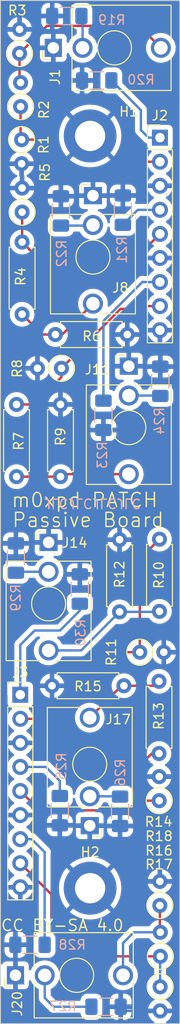
<source format=kicad_pcb>
(kicad_pcb (version 20221018) (generator pcbnew)
  (layers (0 "F.Cu" signal) (31 "B.Cu" signal) (34 "B.Paste" user) (35 "F.Paste" user) (36 "B.SilkS" user "B.Silkscreen") (37 "F.SilkS" user "F.Silkscreen") (38 "B.Mask" user) (39 "F.Mask" user) (44 "Edge.Cuts" user))
  (net 0 "")
  (net 1 "GND")
  (net 2 "Net-(J1-PadT)")
  (net 3 "Net-(J1-PadTN)")
  (net 4 "TN1")
  (net 5 "T1")
  (net 6 "TN2")
  (net 7 "T2")
  (net 8 "TN3")
  (net 9 "T3")
  (net 10 "TN4")
  (net 11 "T4")
  (net 12 "TN5")
  (net 13 "T5")
  (net 14 "TN6")
  (net 15 "T6")
  (net 16 "Net-(J8-PadT)")
  (net 17 "Net-(J11-PadT)")
  (net 18 "Net-(J14-PadT)")
  (net 19 "Net-(J17-PadT)")
  (net 20 "Net-(J20-PadT)")
  (net 21 "Net-(J8-PadTN)")
  (net 22 "Net-(J11-PadTN)")
  (net 23 "Net-(J17-PadTN)")
  (net 24 "Net-(J20-PadTN)")
  (net 25 "Net-(J14-PadTN)")
  (footprint "Resistor_THT:R_Axial_DIN0207_L6.3mm_D2.5mm_P7.62mm_Horizontal" (layer "F.Cu") (at 112.62 114.53 90)
    (fp_text reference "R12" (at 3.96 0 90) (layer "F.SilkS"))
    (fp_text value "R" hide)
    (fp_line (start 0.54 -1.37) (end 7.08 -1.37) (stroke (width 0.12)) (layer "F.SilkS"))
    (fp_line (start 0.54 -1.04) (end 0.54 -1.37) (stroke (width 0.12)) (layer "F.SilkS"))
    (fp_line (start 0.54 1.04) (end 0.54 1.37) (stroke (width 0.12)) (layer "F.SilkS"))
    (fp_line (start 0.54 1.37) (end 7.08 1.37) (stroke (width 0.12)) (layer "F.SilkS"))
    (fp_line (start 7.08 -1.37) (end 7.08 -1.04) (stroke (width 0.12)) (layer "F.SilkS"))
    (fp_line (start 7.08 1.37) (end 7.08 1.04) (stroke (width 0.12)) (layer "F.SilkS"))
    (pad "1" thru_hole circle (at 0 0 90) (size 1.6 1.6) (drill 0.8) (layers "*.Cu" "*.Mask") (net 18 "Net-(J14-PadT)"))
    (pad "2" thru_hole oval (at 7.62 0 90) (size 1.6 1.6) (drill 0.8) (layers "*.Cu" "*.Mask") (net 1 "GND"))
  )
  (footprint "Resistor_THT:R_Axial_DIN0207_L6.3mm_D2.5mm_P7.62mm_Horizontal" (layer "F.Cu") (at 116.85 106.86 -90)
    (fp_text reference "R10" (at 3.78 0.07 90) (layer "F.SilkS"))
    (fp_text value "R" hide)
    (fp_line (start 0.54 -1.37) (end 7.08 -1.37) (stroke (width 0.12)) (layer "F.SilkS"))
    (fp_line (start 0.54 -1.04) (end 0.54 -1.37) (stroke (width 0.12)) (layer "F.SilkS"))
    (fp_line (start 0.54 1.04) (end 0.54 1.37) (stroke (width 0.12)) (layer "F.SilkS"))
    (fp_line (start 0.54 1.37) (end 7.08 1.37) (stroke (width 0.12)) (layer "F.SilkS"))
    (fp_line (start 7.08 -1.37) (end 7.08 -1.04) (stroke (width 0.12)) (layer "F.SilkS"))
    (fp_line (start 7.08 1.37) (end 7.08 1.04) (stroke (width 0.12)) (layer "F.SilkS"))
    (pad "1" thru_hole circle (at 0 0 270) (size 1.6 1.6) (drill 0.8) (layers "*.Cu" "*.Mask") (net 11 "T4"))
    (pad "2" thru_hole oval (at 7.62 0 270) (size 1.6 1.6) (drill 0.8) (layers "*.Cu" "*.Mask") (net 18 "Net-(J14-PadT)"))
  )
  (footprint "Resistor_THT:R_Axial_DIN0207_L6.3mm_D2.5mm_P2.54mm_Vertical" (layer "F.Cu") (at 102.29 72.34 90)
    (fp_text reference "R5" (at 4.19 2.43 90) (layer "F.SilkS"))
    (fp_text value "R" hide)
    (fp_line (start 1.37 0) (end 1.44 0) (stroke (width 0.12)) (layer "F.SilkS"))
    (fp_circle (center 0 0) (end 1.37 0) (stroke (width 0.12)) (fill none) (layer "F.SilkS"))
    (pad "1" thru_hole circle (at 0 0 90) (size 1.6 1.6) (drill 0.8) (layers "*.Cu" "*.Mask") (net 7 "T2"))
    (pad "2" thru_hole oval (at 2.54 0 90) (size 1.6 1.6) (drill 0.8) (layers "*.Cu" "*.Mask") (net 1 "GND"))
  )
  (footprint "Connector_Audio:Jack_3.5mm_QingPu_WQP-PJ398SM_Vertical_CircularHoles" (layer "F.Cu") (at 101.59 152.89 90)
    (fp_text reference "J20" (at -3 0.19 90) (layer "F.SilkS"))
    (fp_text value "AudioJack2_SwitchT" hide)
    (fp_line (start -4.5 1.98) (end -4.5 12.48) (stroke (width 0.12)) (layer "F.SilkS"))
    (fp_line (start -1.23 -1.17) (end -1.23 -0.37) (stroke (width 0.12)) (layer "F.SilkS"))
    (fp_line (start -1.23 -1.17) (end -0.37 -1.17) (stroke (width 0.12)) (layer "F.SilkS"))
    (fp_line (start -0.8 12.48) (end -4.5 12.48) (stroke (width 0.12)) (layer "F.SilkS"))
    (fp_line (start -0.72 1.98) (end -4.5 1.98) (stroke (width 0.12)) (layer "F.SilkS"))
    (fp_line (start 4.5 1.98) (end 0.72 1.98) (stroke (width 0.12)) (layer "F.SilkS"))
    (fp_line (start 4.5 1.98) (end 4.5 12.48) (stroke (width 0.12)) (layer "F.SilkS"))
    (fp_line (start 4.5 12.48) (end 0.8 12.48) (stroke (width 0.12)) (layer "F.SilkS"))
    (fp_circle (center 0 6.48) (end 1.8 6.48) (stroke (width 0.12)) (fill none) (layer "F.SilkS"))
    (pad "S" thru_hole rect (at 0 0 270) (size 1.93 1.83) (drill 1.22) (layers "*.Cu" "*.Mask") (net 1 "GND"))
    (pad "T" thru_hole circle (at 0 11.4 270) (size 2.13 2.13) (drill 1.43) (layers "*.Cu" "*.Mask") (net 20 "Net-(J20-PadT)"))
    (pad "TN" thru_hole circle (at 0 3.1 270) (size 2.13 2.13) (drill 1.42) (layers "*.Cu" "*.Mask") (net 24 "Net-(J20-PadTN)"))
  )
  (footprint "Resistor_THT:R_Axial_DIN0207_L6.3mm_D2.5mm_P7.62mm_Horizontal" (layer "F.Cu") (at 113.08 122.33 180)
    (fp_text reference "R15" (at 3.81 -0.07) (layer "F.SilkS"))
    (fp_text value "R" hide)
    (fp_line (start 0.54 -1.37) (end 7.08 -1.37) (stroke (width 0.12)) (layer "F.SilkS"))
    (fp_line (start 0.54 -1.04) (end 0.54 -1.37) (stroke (width 0.12)) (layer "F.SilkS"))
    (fp_line (start 0.54 1.04) (end 0.54 1.37) (stroke (width 0.12)) (layer "F.SilkS"))
    (fp_line (start 0.54 1.37) (end 7.08 1.37) (stroke (width 0.12)) (layer "F.SilkS"))
    (fp_line (start 7.08 -1.37) (end 7.08 -1.04) (stroke (width 0.12)) (layer "F.SilkS"))
    (fp_line (start 7.08 1.37) (end 7.08 1.04) (stroke (width 0.12)) (layer "F.SilkS"))
    (pad "1" thru_hole circle (at 0 0 180) (size 1.6 1.6) (drill 0.8) (layers "*.Cu" "*.Mask") (net 19 "Net-(J17-PadT)"))
    (pad "2" thru_hole oval (at 7.62 0 180) (size 1.6 1.6) (drill 0.8) (layers "*.Cu" "*.Mask") (net 1 "GND"))
  )
  (footprint "Resistor_THT:R_Axial_DIN0207_L6.3mm_D2.5mm_P2.54mm_Vertical" (layer "F.Cu") (at 102.13 61.205 90)
    (fp_text reference "R2" (at -0.325 2.48 90) (layer "F.SilkS"))
    (fp_text value "R" hide)
    (fp_line (start 1.37 0) (end 1.44 0) (stroke (width 0.12)) (layer "F.SilkS"))
    (fp_circle (center 0 0) (end 1.37 0) (stroke (width 0.12)) (fill none) (layer "F.SilkS"))
    (pad "1" thru_hole circle (at 0 0 90) (size 1.6 1.6) (drill 0.8) (layers "*.Cu" "*.Mask") (net 5 "T1"))
    (pad "2" thru_hole oval (at 2.54 0 90) (size 1.6 1.6) (drill 0.8) (layers "*.Cu" "*.Mask") (net 2 "Net-(J1-PadT)"))
  )
  (footprint "Resistor_THT:R_Axial_DIN0207_L6.3mm_D2.5mm_P2.54mm_Vertical" (layer "F.Cu") (at 102.02 55.59 90)
    (fp_text reference "R3" (at 4.54 -0.24 180) (layer "F.SilkS"))
    (fp_text value "R" hide)
    (fp_line (start 1.37 0) (end 1.44 0) (stroke (width 0.12)) (layer "F.SilkS"))
    (fp_circle (center 0 0) (end 1.37 0) (stroke (width 0.12)) (fill none) (layer "F.SilkS"))
    (pad "1" thru_hole circle (at 0 0 90) (size 1.6 1.6) (drill 0.8) (layers "*.Cu" "*.Mask") (net 2 "Net-(J1-PadT)"))
    (pad "2" thru_hole oval (at 2.54 0 90) (size 1.6 1.6) (drill 0.8) (layers "*.Cu" "*.Mask") (net 1 "GND"))
  )
  (footprint "Connector_PinHeader_2.54mm:PinHeader_1x09_P2.54mm_Vertical" (layer "F.Cu") (at 102.1 123.28)
    (fp_text reference "J3" (at 0 -2.33) (layer "F.SilkS"))
    (fp_text value "Conn_01x09" hide)
    (fp_line (start -1.33 -1.33) (end 0 -1.33) (stroke (width 0.12)) (layer "F.SilkS"))
    (fp_line (start -1.33 0) (end -1.33 -1.33) (stroke (width 0.12)) (layer "F.SilkS"))
    (fp_line (start -1.33 1.27) (end -1.33 21.65) (stroke (width 0.12)) (layer "F.SilkS"))
    (fp_line (start -1.33 1.27) (end 1.33 1.27) (stroke (width 0.12)) (layer "F.SilkS"))
    (fp_line (start -1.33 21.65) (end 1.33 21.65) (stroke (width 0.12)) (layer "F.SilkS"))
    (fp_line (start 1.33 1.27) (end 1.33 21.65) (stroke (width 0.12)) (layer "F.SilkS"))
    (pad "1" thru_hole rect (at 0 0) (size 1.7 1.7) (drill 1) (layers "*.Cu" "*.Mask") (net 10 "TN4"))
    (pad "2" thru_hole oval (at 0 2.54) (size 1.7 1.7) (drill 1) (layers "*.Cu" "*.Mask") (net 11 "T4"))
    (pad "3" thru_hole oval (at 0 5.08) (size 1.7 1.7) (drill 1) (layers "*.Cu" "*.Mask") (net 1 "GND"))
    (pad "4" thru_hole oval (at 0 7.62) (size 1.7 1.7) (drill 1) (layers "*.Cu" "*.Mask") (net 12 "TN5"))
    (pad "5" thru_hole oval (at 0 10.16) (size 1.7 1.7) (drill 1) (layers "*.Cu" "*.Mask") (net 13 "T5"))
    (pad "6" thru_hole oval (at 0 12.7) (size 1.7 1.7) (drill 1) (layers "*.Cu" "*.Mask") (net 1 "GND"))
    (pad "7" thru_hole oval (at 0 15.24) (size 1.7 1.7) (drill 1) (layers "*.Cu" "*.Mask") (net 14 "TN6"))
    (pad "8" thru_hole oval (at 0 17.78) (size 1.7 1.7) (drill 1) (layers "*.Cu" "*.Mask") (net 15 "T6"))
    (pad "9" thru_hole oval (at 0 20.32) (size 1.7 1.7) (drill 1) (layers "*.Cu" "*.Mask") (net 1 "GND"))
  )
  (footprint "MountingHole:MountingHole_3.2mm_M3_DIN965_Pad_TopBottom" (layer "F.Cu") (at 109.5 64.3)
    (fp_text reference "H1" (at 4.09 -2.56) (layer "F.SilkS"))
    (fp_text value "MountingHole_Pad" hide)
    (pad "1" thru_hole circle (at 0 0) (size 3.6 3.6) (drill 3.2) (layers "*.Cu" "*.Mask") (net 1 "GND"))
    (pad "1" connect circle (at 0 0) (size 5.6 5.6) (layers "F.Cu" "F.Mask") (net 1 "GND"))
    (pad "1" connect circle (at 0 0) (size 5.6 5.6) (layers "B.Cu" "B.Mask") (net 1 "GND"))
  )
  (footprint "Connector_PinHeader_2.54mm:PinHeader_1x09_P2.54mm_Vertical" (layer "F.Cu") (at 116.9 64.48)
    (fp_text reference "J2" (at 0 -2.33) (layer "F.SilkS"))
    (fp_text value "Conn_01x09" hide)
    (fp_line (start -1.33 -1.33) (end 0 -1.33) (stroke (width 0.12)) (layer "F.SilkS"))
    (fp_line (start -1.33 0) (end -1.33 -1.33) (stroke (width 0.12)) (layer "F.SilkS"))
    (fp_line (start -1.33 1.27) (end -1.33 21.65) (stroke (width 0.12)) (layer "F.SilkS"))
    (fp_line (start -1.33 1.27) (end 1.33 1.27) (stroke (width 0.12)) (layer "F.SilkS"))
    (fp_line (start -1.33 21.65) (end 1.33 21.65) (stroke (width 0.12)) (layer "F.SilkS"))
    (fp_line (start 1.33 1.27) (end 1.33 21.65) (stroke (width 0.12)) (layer "F.SilkS"))
    (pad "1" thru_hole rect (at 0 0) (size 1.7 1.7) (drill 1) (layers "*.Cu" "*.Mask") (net 4 "TN1"))
    (pad "2" thru_hole oval (at 0 2.54) (size 1.7 1.7) (drill 1) (layers "*.Cu" "*.Mask") (net 5 "T1"))
    (pad "3" thru_hole oval (at 0 5.08) (size 1.7 1.7) (drill 1) (layers "*.Cu" "*.Mask") (net 1 "GND"))
    (pad "4" thru_hole oval (at 0 7.62) (size 1.7 1.7) (drill 1) (layers "*.Cu" "*.Mask") (net 6 "TN2"))
    (pad "5" thru_hole oval (at 0 10.16) (size 1.7 1.7) (drill 1) (layers "*.Cu" "*.Mask") (net 7 "T2"))
    (pad "6" thru_hole oval (at 0 12.7) (size 1.7 1.7) (drill 1) (layers "*.Cu" "*.Mask") (net 1 "GND"))
    (pad "7" thru_hole oval (at 0 15.24) (size 1.7 1.7) (drill 1) (layers "*.Cu" "*.Mask") (net 8 "TN3"))
    (pad "8" thru_hole oval (at 0 17.78) (size 1.7 1.7) (drill 1) (layers "*.Cu" "*.Mask") (net 9 "T3"))
    (pad "9" thru_hole oval (at 0 20.32) (size 1.7 1.7) (drill 1) (layers "*.Cu" "*.Mask") (net 1 "GND"))
  )
  (footprint "Resistor_THT:R_Axial_DIN0207_L6.3mm_D2.5mm_P7.62mm_Horizontal" (layer "F.Cu") (at 102.29 75.5 -90)
    (fp_text reference "R4" (at 3.64 0.16 90) (layer "F.SilkS"))
    (fp_text value "R" hide)
    (fp_line (start 0.54 -1.37) (end 7.08 -1.37) (stroke (width 0.12)) (layer "F.SilkS"))
    (fp_line (start 0.54 -1.04) (end 0.54 -1.37) (stroke (width 0.12)) (layer "F.SilkS"))
    (fp_line (start 0.54 1.04) (end 0.54 1.37) (stroke (width 0.12)) (layer "F.SilkS"))
    (fp_line (start 0.54 1.37) (end 7.08 1.37) (stroke (width 0.12)) (layer "F.SilkS"))
    (fp_line (start 7.08 -1.37) (end 7.08 -1.04) (stroke (width 0.12)) (layer "F.SilkS"))
    (fp_line (start 7.08 1.37) (end 7.08 1.04) (stroke (width 0.12)) (layer "F.SilkS"))
    (pad "1" thru_hole circle (at 0 0 270) (size 1.6 1.6) (drill 0.8) (layers "*.Cu" "*.Mask") (net 7 "T2"))
    (pad "2" thru_hole oval (at 7.62 0 270) (size 1.6 1.6) (drill 0.8) (layers "*.Cu" "*.Mask") (net 16 "Net-(J8-PadT)"))
  )
  (footprint "Resistor_THT:R_Axial_DIN0207_L6.3mm_D2.5mm_P2.54mm_Vertical" (layer "F.Cu") (at 116.92 154.11 -90)
    (fp_text reference "R17" (at -12.91 0.12 -180) (layer "F.SilkS"))
    (fp_text value "R" hide)
    (fp_line (start 1.37 0) (end 1.44 0) (stroke (width 0.12)) (layer "F.SilkS"))
    (fp_circle (center 0 0) (end 1.37 0) (stroke (width 0.12)) (fill none) (layer "F.SilkS"))
    (pad "1" thru_hole circle (at 0 0 270) (size 1.6 1.6) (drill 0.8) (layers "*.Cu" "*.Mask") (net 15 "T6"))
    (pad "2" thru_hole oval (at 2.54 0 270) (size 1.6 1.6) (drill 0.8) (layers "*.Cu" "*.Mask") (net 1 "GND"))
  )
  (footprint "Connector_Audio:Jack_3.5mm_QingPu_WQP-PJ398SM_Vertical_CircularHoles" (layer "F.Cu") (at 109.8 70.6)
    (fp_text reference "J8" (at 2.91 9.73 180) (layer "F.SilkS"))
    (fp_text value "AudioJack2_SwitchT" hide)
    (fp_line (start -4.5 1.98) (end -4.5 12.48) (stroke (width 0.12)) (layer "F.SilkS"))
    (fp_line (start -1.23 -1.17) (end -1.23 -0.37) (stroke (width 0.12)) (layer "F.SilkS"))
    (fp_line (start -1.23 -1.17) (end -0.37 -1.17) (stroke (width 0.12)) (layer "F.SilkS"))
    (fp_line (start -0.8 12.48) (end -4.5 12.48) (stroke (width 0.12)) (layer "F.SilkS"))
    (fp_line (start -0.72 1.98) (end -4.5 1.98) (stroke (width 0.12)) (layer "F.SilkS"))
    (fp_line (start 4.5 1.98) (end 0.72 1.98) (stroke (width 0.12)) (layer "F.SilkS"))
    (fp_line (start 4.5 1.98) (end 4.5 12.48) (stroke (width 0.12)) (layer "F.SilkS"))
    (fp_line (start 4.5 12.48) (end 0.8 12.48) (stroke (width 0.12)) (layer "F.SilkS"))
    (fp_circle (center 0 6.48) (end 1.8 6.48) (stroke (width 0.12)) (fill none) (layer "F.SilkS"))
    (pad "S" thru_hole rect (at 0 0 180) (size 1.93 1.83) (drill 1.22) (layers "*.Cu" "*.Mask") (net 1 "GND"))
    (pad "T" thru_hole circle (at 0 11.4 180) (size 2.13 2.13) (drill 1.43) (layers "*.Cu" "*.Mask") (net 16 "Net-(J8-PadT)"))
    (pad "TN" thru_hole circle (at 0 3.1 180) (size 2.13 2.13) (drill 1.42) (layers "*.Cu" "*.Mask") (net 21 "Net-(J8-PadTN)"))
  )
  (footprint "Resistor_THT:R_Axial_DIN0207_L6.3mm_D2.5mm_P7.62mm_Horizontal" (layer "F.Cu") (at 106.36 100.26 90)
    (fp_text reference "R9" (at 4.22 0 90) (layer "F.SilkS"))
    (fp_text value "R" hide)
    (fp_line (start 0.54 -1.37) (end 7.08 -1.37) (stroke (width 0.12)) (layer "F.SilkS"))
    (fp_line (start 0.54 -1.04) (end 0.54 -1.37) (stroke (width 0.12)) (layer "F.SilkS"))
    (fp_line (start 0.54 1.04) (end 0.54 1.37) (stroke (width 0.12)) (layer "F.SilkS"))
    (fp_line (start 0.54 1.37) (end 7.08 1.37) (stroke (width 0.12)) (layer "F.SilkS"))
    (fp_line (start 7.08 -1.37) (end 7.08 -1.04) (stroke (width 0.12)) (layer "F.SilkS"))
    (fp_line (start 7.08 1.37) (end 7.08 1.04) (stroke (width 0.12)) (layer "F.SilkS"))
    (pad "1" thru_hole circle (at 0 0 90) (size 1.6 1.6) (drill 0.8) (layers "*.Cu" "*.Mask") (net 17 "Net-(J11-PadT)"))
    (pad "2" thru_hole oval (at 7.62 0 90) (size 1.6 1.6) (drill 0.8) (layers "*.Cu" "*.Mask") (net 1 "GND"))
  )
  (footprint "Resistor_THT:R_Axial_DIN0207_L6.3mm_D2.5mm_P2.54mm_Vertical" (layer "F.Cu") (at 114.765 118.79)
    (fp_text reference "R11" (at -3.025 0 90) (layer "F.SilkS"))
    (fp_text value "R" hide)
    (fp_line (start 1.37 0) (end 1.44 0) (stroke (width 0.12)) (layer "F.SilkS"))
    (fp_circle (center 0 0) (end 1.37 0) (stroke (width 0.12)) (fill none) (layer "F.SilkS"))
    (pad "1" thru_hole circle (at 0 0) (size 1.6 1.6) (drill 0.8) (layers "*.Cu" "*.Mask") (net 11 "T4"))
    (pad "2" thru_hole oval (at 2.54 0) (size 1.6 1.6) (drill 0.8) (layers "*.Cu" "*.Mask") (net 1 "GND"))
  )
  (footprint "MountingHole:MountingHole_3.2mm_M3_DIN965_Pad_TopBottom" (layer "F.Cu") (at 109.5 143.7)
    (fp_text reference "H2" (at 0 -3.8) (layer "F.SilkS"))
    (fp_text value "MountingHole_Pad" hide)
    (pad "1" thru_hole circle (at 0 0) (size 3.6 3.6) (drill 3.2) (layers "*.Cu" "*.Mask") (net 1 "GND"))
    (pad "1" connect circle (at 0 0) (size 5.6 5.6) (layers "F.Cu" "F.Mask") (net 1 "GND"))
    (pad "1" connect circle (at 0 0) (size 5.6 5.6) (layers "B.Cu" "B.Mask") (net 1 "GND"))
  )
  (footprint "Resistor_THT:R_Axial_DIN0207_L6.3mm_D2.5mm_P7.62mm_Horizontal" (layer "F.Cu") (at 105.82 85.26)
    (fp_text reference "R6" (at 3.84 0.18) (layer "F.SilkS"))
    (fp_text value "R" hide)
    (fp_line (start 0.54 -1.37) (end 7.08 -1.37) (stroke (width 0.12)) (layer "F.SilkS"))
    (fp_line (start 0.54 -1.04) (end 0.54 -1.37) (stroke (width 0.12)) (layer "F.SilkS"))
    (fp_line (start 0.54 1.04) (end 0.54 1.37) (stroke (width 0.12)) (layer "F.SilkS"))
    (fp_line (start 0.54 1.37) (end 7.08 1.37) (stroke (width 0.12)) (layer "F.SilkS"))
    (fp_line (start 7.08 -1.37) (end 7.08 -1.04) (stroke (width 0.12)) (layer "F.SilkS"))
    (fp_line (start 7.08 1.37) (end 7.08 1.04) (stroke (width 0.12)) (layer "F.SilkS"))
    (pad "1" thru_hole circle (at 0 0) (size 1.6 1.6) (drill 0.8) (layers "*.Cu" "*.Mask") (net 16 "Net-(J8-PadT)"))
    (pad "2" thru_hole oval (at 7.62 0) (size 1.6 1.6) (drill 0.8) (layers "*.Cu" "*.Mask") (net 1 "GND"))
  )
  (footprint "Resistor_THT:R_Axial_DIN0207_L6.3mm_D2.5mm_P2.54mm_Vertical" (layer "F.Cu") (at 116.82 134.46 90)
    (fp_text reference "R14" (at -2.23 -0.07 180) (layer "F.SilkS"))
    (fp_text value "R" hide)
    (fp_line (start 1.37 0) (end 1.44 0) (stroke (width 0.12)) (layer "F.SilkS"))
    (fp_circle (center 0 0) (end 1.37 0) (stroke (width 0.12)) (fill none) (layer "F.SilkS"))
    (pad "1" thru_hole circle (at 0 0 90) (size 1.6 1.6) (drill 0.8) (layers "*.Cu" "*.Mask") (net 13 "T5"))
    (pad "2" thru_hole oval (at 2.54 0 90) (size 1.6 1.6) (drill 0.8) (layers "*.Cu" "*.Mask") (net 1 "GND"))
  )
  (footprint "Resistor_THT:R_Axial_DIN0207_L6.3mm_D2.5mm_P7.62mm_Horizontal" (layer "F.Cu") (at 116.8 129.48 90)
    (fp_text reference "R13" (at 3.95 -0.03 90) (layer "F.SilkS"))
    (fp_text value "R" hide)
    (fp_line (start 0.54 -1.37) (end 7.08 -1.37) (stroke (width 0.12)) (layer "F.SilkS"))
    (fp_line (start 0.54 -1.04) (end 0.54 -1.37) (stroke (width 0.12)) (layer "F.SilkS"))
    (fp_line (start 0.54 1.04) (end 0.54 1.37) (stroke (width 0.12)) (layer "F.SilkS"))
    (fp_line (start 0.54 1.37) (end 7.08 1.37) (stroke (width 0.12)) (layer "F.SilkS"))
    (fp_line (start 7.08 -1.37) (end 7.08 -1.04) (stroke (width 0.12)) (layer "F.SilkS"))
    (fp_line (start 7.08 1.37) (end 7.08 1.04) (stroke (width 0.12)) (layer "F.SilkS"))
    (pad "1" thru_hole circle (at 0 0 90) (size 1.6 1.6) (drill 0.8) (layers "*.Cu" "*.Mask") (net 13 "T5"))
    (pad "2" thru_hole oval (at 7.62 0 90) (size 1.6 1.6) (drill 0.8) (layers "*.Cu" "*.Mask") (net 19 "Net-(J17-PadT)"))
  )
  (footprint "Connector_Audio:Jack_3.5mm_QingPu_WQP-PJ398SM_Vertical_CircularHoles" (layer "F.Cu") (at 109.46 137.1 180)
    (fp_text reference "J17" (at -3.02 11.21) (layer "F.SilkS"))
    (fp_text value "AudioJack2_SwitchT" hide)
    (fp_line (start -4.5 1.98) (end -4.5 12.48) (stroke (width 0.12)) (layer "F.SilkS"))
    (fp_line (start -1.23 -1.17) (end -1.23 -0.37) (stroke (width 0.12)) (layer "F.SilkS"))
    (fp_line (start -1.23 -1.17) (end -0.37 -1.17) (stroke (width 0.12)) (layer "F.SilkS"))
    (fp_line (start -0.8 12.48) (end -4.5 12.48) (stroke (width 0.12)) (layer "F.SilkS"))
    (fp_line (start -0.72 1.98) (end -4.5 1.98) (stroke (width 0.12)) (layer "F.SilkS"))
    (fp_line (start 4.5 1.98) (end 0.72 1.98) (stroke (width 0.12)) (layer "F.SilkS"))
    (fp_line (start 4.5 1.98) (end 4.5 12.48) (stroke (width 0.12)) (layer "F.SilkS"))
    (fp_line (start 4.5 12.48) (end 0.8 12.48) (stroke (width 0.12)) (layer "F.SilkS"))
    (fp_circle (center 0 6.48) (end 1.8 6.48) (stroke (width 0.12)) (fill none) (layer "F.SilkS"))
    (pad "S" thru_hole rect (at 0 0) (size 1.93 1.83) (drill 1.22) (layers "*.Cu" "*.Mask") (net 1 "GND"))
    (pad "T" thru_hole circle (at 0 11.4) (size 2.13 2.13) (drill 1.43) (layers "*.Cu" "*.Mask") (net 19 "Net-(J17-PadT)"))
    (pad "TN" thru_hole circle (at 0 3.1) (size 2.13 2.13) (drill 1.42) (layers "*.Cu" "*.Mask") (net 23 "Net-(J17-PadTN)"))
  )
  (footprint "Connector_Audio:Jack_3.5mm_QingPu_WQP-PJ398SM_Vertical_CircularHoles" (layer "F.Cu") (at 113.6 88.6)
    (fp_text reference "J11" (at -3.33 0.36 180) (layer "F.SilkS"))
    (fp_text value "AudioJack2_SwitchT" hide)
    (fp_line (start -4.5 1.98) (end -4.5 12.48) (stroke (width 0.12)) (layer "F.SilkS"))
    (fp_line (start -1.23 -1.17) (end -1.23 -0.37) (stroke (width 0.12)) (layer "F.SilkS"))
    (fp_line (start -1.23 -1.17) (end -0.37 -1.17) (stroke (width 0.12)) (layer "F.SilkS"))
    (fp_line (start -0.8 12.48) (end -4.5 12.48) (stroke (width 0.12)) (layer "F.SilkS"))
    (fp_line (start -0.72 1.98) (end -4.5 1.98) (stroke (width 0.12)) (layer "F.SilkS"))
    (fp_line (start 4.5 1.98) (end 0.72 1.98) (stroke (width 0.12)) (layer "F.SilkS"))
    (fp_line (start 4.5 1.98) (end 4.5 12.48) (stroke (width 0.12)) (layer "F.SilkS"))
    (fp_line (start 4.5 12.48) (end 0.8 12.48) (stroke (width 0.12)) (layer "F.SilkS"))
    (fp_circle (center 0 6.48) (end 1.8 6.48) (stroke (width 0.12)) (fill none) (layer "F.SilkS"))
    (pad "S" thru_hole rect (at 0 0 180) (size 1.93 1.83) (drill 1.22) (layers "*.Cu" "*.Mask") (net 1 "GND"))
    (pad "T" thru_hole circle (at 0 11.4 180) (size 2.13 2.13) (drill 1.43) (layers "*.Cu" "*.Mask") (net 17 "Net-(J11-PadT)"))
    (pad "TN" thru_hole circle (at 0 3.1 180) (size 2.13 2.13) (drill 1.42) (layers "*.Cu" "*.Mask") (net 22 "Net-(J11-PadTN)"))
  )
  (footprint "Resistor_THT:R_Axial_DIN0207_L6.3mm_D2.5mm_P7.62mm_Horizontal" (layer "F.Cu") (at 101.7 92.64 -90)
    (fp_text reference "R7" (at 3.88 -0.23 90) (layer "F.SilkS"))
    (fp_text value "R" hide)
    (fp_line (start 0.54 -1.37) (end 7.08 -1.37) (stroke (width 0.12)) (layer "F.SilkS"))
    (fp_line (start 0.54 -1.04) (end 0.54 -1.37) (stroke (width 0.12)) (layer "F.SilkS"))
    (fp_line (start 0.54 1.04) (end 0.54 1.37) (stroke (width 0.12)) (layer "F.SilkS"))
    (fp_line (start 0.54 1.37) (end 7.08 1.37) (stroke (width 0.12)) (layer "F.SilkS"))
    (fp_line (start 7.08 -1.37) (end 7.08 -1.04) (stroke (width 0.12)) (layer "F.SilkS"))
    (fp_line (start 7.08 1.37) (end 7.08 1.04) (stroke (width 0.12)) (layer "F.SilkS"))
    (pad "1" thru_hole circle (at 0 0 270) (size 1.6 1.6) (drill 0.8) (layers "*.Cu" "*.Mask") (net 9 "T3"))
    (pad "2" thru_hole oval (at 7.62 0 270) (size 1.6 1.6) (drill 0.8) (layers "*.Cu" "*.Mask") (net 17 "Net-(J11-PadT)"))
  )
  (footprint "Resistor_THT:R_Axial_DIN0207_L6.3mm_D2.5mm_P2.54mm_Vertical" (layer "F.Cu") (at 116.94 150.89 90)
    (fp_text reference "R16" (at 11.16 -0.14 180) (layer "F.SilkS"))
    (fp_text value "R" hide)
    (fp_line (start 1.37 0) (end 1.44 0) (stroke (width 0.12)) (layer "F.SilkS"))
    (fp_circle (center 0 0) (end 1.37 0) (stroke (width 0.12)) (fill none) (layer "F.SilkS"))
    (pad "1" thru_hole circle (at 0 0 90) (size 1.6 1.6) (drill 0.8) (layers "*.Cu" "*.Mask") (net 15 "T6"))
    (pad "2" thru_hole oval (at 2.54 0 90) (size 1.6 1.6) (drill 0.8) (layers "*.Cu" "*.Mask") (net 20 "Net-(J20-PadT)"))
  )
  (footprint "Connector_Audio:Jack_3.5mm_QingPu_WQP-PJ398SM_Vertical_CircularHoles" (layer "F.Cu") (at 105.6 55 90)
    (fp_text reference "J1" (at -3.08 0.18 90) (layer "F.SilkS"))
    (fp_text value "AudioJack2_SwitchT" hide)
    (fp_line (start -4.5 1.98) (end -4.5 12.48) (stroke (width 0.12)) (layer "F.SilkS"))
    (fp_line (start -1.23 -1.17) (end -1.23 -0.37) (stroke (width 0.12)) (layer "F.SilkS"))
    (fp_line (start -1.23 -1.17) (end -0.37 -1.17) (stroke (width 0.12)) (layer "F.SilkS"))
    (fp_line (start -0.8 12.48) (end -4.5 12.48) (stroke (width 0.12)) (layer "F.SilkS"))
    (fp_line (start -0.72 1.98) (end -4.5 1.98) (stroke (width 0.12)) (layer "F.SilkS"))
    (fp_line (start 4.5 1.98) (end 0.72 1.98) (stroke (width 0.12)) (layer "F.SilkS"))
    (fp_line (start 4.5 1.98) (end 4.5 12.48) (stroke (width 0.12)) (layer "F.SilkS"))
    (fp_line (start 4.5 12.48) (end 0.8 12.48) (stroke (width 0.12)) (layer "F.SilkS"))
    (fp_circle (center 0 6.48) (end 1.8 6.48) (stroke (width 0.12)) (fill none) (layer "F.SilkS"))
    (pad "S" thru_hole rect (at 0 0 270) (size 1.93 1.83) (drill 1.22) (layers "*.Cu" "*.Mask") (net 1 "GND"))
    (pad "T" thru_hole circle (at 0 11.4 270) (size 2.13 2.13) (drill 1.43) (layers "*.Cu" "*.Mask") (net 2 "Net-(J1-PadT)"))
    (pad "TN" thru_hole circle (at 0 3.1 270) (size 2.13 2.13) (drill 1.42) (layers "*.Cu" "*.Mask") (net 3 "Net-(J1-PadTN)"))
  )
  (footprint "Resistor_THT:R_Axial_DIN0207_L6.3mm_D2.5mm_P2.54mm_Vertical" (layer "F.Cu") (at 102.24 64.69 -90)
    (fp_text reference "R1" (at 0.53 -2.34 90) (layer "F.SilkS"))
    (fp_text value "R" hide)
    (fp_line (start 1.37 0) (end 1.44 0) (stroke (width 0.12)) (layer "F.SilkS"))
    (fp_circle (center 0 0) (end 1.37 0) (stroke (width 0.12)) (fill none) (layer "F.SilkS"))
    (pad "1" thru_hole circle (at 0 0 270) (size 1.6 1.6) (drill 0.8) (layers "*.Cu" "*.Mask") (net 5 "T1"))
    (pad "2" thru_hole oval (at 2.54 0 270) (size 1.6 1.6) (drill 0.8) (layers "*.Cu" "*.Mask") (net 1 "GND"))
  )
  (footprint "Resistor_THT:R_Axial_DIN0207_L6.3mm_D2.5mm_P2.54mm_Vertical" (layer "F.Cu") (at 106.46 88.82 180)
    (fp_text reference "R8" (at 4.69 -0.03 90) (layer "F.SilkS"))
    (fp_text value "R" hide)
    (fp_line (start 1.37 0) (end 1.44 0) (stroke (width 0.12)) (layer "F.SilkS"))
    (fp_circle (center 0 0) (end 1.37 0) (stroke (width 0.12)) (fill none) (layer "F.SilkS"))
    (pad "1" thru_hole circle (at 0 0 180) (size 1.6 1.6) (drill 0.8) (layers "*.Cu" "*.Mask") (net 9 "T3"))
    (pad "2" thru_hole oval (at 2.54 0 180) (size 1.6 1.6) (drill 0.8) (layers "*.Cu" "*.Mask") (net 1 "GND"))
  )
  (footprint "Resistor_THT:R_Axial_DIN0207_L6.3mm_D2.5mm_P2.54mm_Vertical" (layer "F.Cu") (at 116.89 145.52 90)
    (fp_text reference "R18" (at 7.31 -0.09 180) (layer "F.SilkS"))
    (fp_text value "R" hide)
    (fp_line (start 1.37 0) (end 1.44 0) (stroke (width 0.12)) (layer "F.SilkS"))
    (fp_circle (center 0 0) (end 1.37 0) (stroke (width 0.12)) (fill none) (layer "F.SilkS"))
    (pad "1" thru_hole circle (at 0 0 90) (size 1.6 1.6) (drill 0.8) (layers "*.Cu" "*.Mask") (net 20 "Net-(J20-PadT)"))
    (pad "2" thru_hole oval (at 2.54 0 90) (size 1.6 1.6) (drill 0.8) (layers "*.Cu" "*.Mask") (net 1 "GND"))
  )
  (footprint "Connector_Audio:Jack_3.5mm_QingPu_WQP-PJ398SM_Vertical_CircularHoles" (layer "F.Cu") (at 105.1 107.2)
    (fp_text reference "J14" (at 2.77 0.05 180) (layer "F.SilkS"))
    (fp_text value "AudioJack2_SwitchT" hide)
    (fp_line (start -4.5 1.98) (end -4.5 12.48) (stroke (width 0.12)) (layer "F.SilkS"))
    (fp_line (start -1.23 -1.17) (end -1.23 -0.37) (stroke (width 0.12)) (layer "F.SilkS"))
    (fp_line (start -1.23 -1.17) (end -0.37 -1.17) (stroke (width 0.12)) (layer "F.SilkS"))
    (fp_line (start -0.8 12.48) (end -4.5 12.48) (stroke (width 0.12)) (layer "F.SilkS"))
    (fp_line (start -0.72 1.98) (end -4.5 1.98) (stroke (width 0.12)) (layer "F.SilkS"))
    (fp_line (start 4.5 1.98) (end 0.72 1.98) (stroke (width 0.12)) (layer "F.SilkS"))
    (fp_line (start 4.5 1.98) (end 4.5 12.48) (stroke (width 0.12)) (layer "F.SilkS"))
    (fp_line (start 4.5 12.48) (end 0.8 12.48) (stroke (width 0.12)) (layer "F.SilkS"))
    (fp_circle (center 0 6.48) (end 1.8 6.48) (stroke (width 0.12)) (fill none) (layer "F.SilkS"))
    (pad "S" thru_hole rect (at 0 0 180) (size 1.93 1.83) (drill 1.22) (layers "*.Cu" "*.Mask") (net 1 "GND"))
    (pad "T" thru_hole circle (at 0 11.4 180) (size 2.13 2.13) (drill 1.43) (layers "*.Cu" "*.Mask") (net 18 "Net-(J14-PadT)"))
    (pad "TN" thru_hole circle (at 0 3.1 180) (size 2.13 2.13) (drill 1.42) (layers "*.Cu" "*.Mask") (net 25 "Net-(J14-PadTN)"))
  )
  (footprint "Resistor_SMD:R_1206_3216Metric_Pad1.30x1.75mm_HandSolder" (layer "B.Cu") (at 110.2 58.44 180)
    (fp_text reference "R20" (at -4.69 0.08) (layer "B.SilkS") (effects (justify mirror)))
    (fp_text value "R" hide)
    (fp_line (start -0.727064 -0.91) (end 0.727064 -0.91) (stroke (width 0.12)) (layer "B.SilkS"))
    (fp_line (start -0.727064 0.91) (end 0.727064 0.91) (stroke (width 0.12)) (layer "B.SilkS"))
    (pad "1" smd roundrect (at -1.55 0 180) (size 1.3 1.75) (layers "B.Cu" "B.Paste" "B.Mask") (roundrect_rratio 0.1923076923) (net 4 "TN1"))
    (pad "2" smd roundrect (at 1.55 0 180) (size 1.3 1.75) (layers "B.Cu" "B.Paste" "B.Mask") (roundrect_rratio 0.1923076923) (net 1 "GND"))
  )
  (footprint "Resistor_SMD:R_1206_3216Metric_Pad1.30x1.75mm_HandSolder" (layer "B.Cu") (at 112.97 72.13 90)
    (fp_text reference "R21" (at -4.2 -0.09 90) (layer "B.SilkS") (effects (justify mirror)))
    (fp_text value "R" hide)
    (fp_line (start -0.727064 -0.91) (end 0.727064 -0.91) (stroke (width 0.12)) (layer "B.SilkS"))
    (fp_line (start -0.727064 0.91) (end 0.727064 0.91) (stroke (width 0.12)) (layer "B.SilkS"))
    (pad "1" smd roundrect (at -1.55 0 90) (size 1.3 1.75) (layers "B.Cu" "B.Paste" "B.Mask") (roundrect_rratio 0.1923076923) (net 6 "TN2"))
    (pad "2" smd roundrect (at 1.55 0 90) (size 1.3 1.75) (layers "B.Cu" "B.Paste" "B.Mask") (roundrect_rratio 0.1923076923) (net 1 "GND"))
  )
  (footprint "Resistor_SMD:R_1206_3216Metric_Pad1.30x1.75mm_HandSolder" (layer "B.Cu") (at 101.63 108.85 -90)
    (fp_text reference "R29" (at 4.19 0.01 90) (layer "B.SilkS") (effects (justify mirror)))
    (fp_text value "R" hide)
    (fp_line (start -0.727064 -0.91) (end 0.727064 -0.91) (stroke (width 0.12)) (layer "B.SilkS"))
    (fp_line (start -0.727064 0.91) (end 0.727064 0.91) (stroke (width 0.12)) (layer "B.SilkS"))
    (pad "1" smd roundrect (at -1.55 0 270) (size 1.3 1.75) (layers "B.Cu" "B.Paste" "B.Mask") (roundrect_rratio 0.1923076923) (net 1 "GND"))
    (pad "2" smd roundrect (at 1.55 0 270) (size 1.3 1.75) (layers "B.Cu" "B.Paste" "B.Mask") (roundrect_rratio 0.1923076923) (net 25 "Net-(J14-PadTN)"))
  )
  (footprint "Resistor_SMD:R_1206_3216Metric_Pad1.30x1.75mm_HandSolder" (layer "B.Cu") (at 106.4 72.21 -90)
    (fp_text reference "R22" (at 4.5 -0.08 90) (layer "B.SilkS") (effects (justify mirror)))
    (fp_text value "R" hide)
    (fp_line (start -0.727064 -0.91) (end 0.727064 -0.91) (stroke (width 0.12)) (layer "B.SilkS"))
    (fp_line (start -0.727064 0.91) (end 0.727064 0.91) (stroke (width 0.12)) (layer "B.SilkS"))
    (pad "1" smd roundrect (at -1.55 0 270) (size 1.3 1.75) (layers "B.Cu" "B.Paste" "B.Mask") (roundrect_rratio 0.1923076923) (net 1 "GND"))
    (pad "2" smd roundrect (at 1.55 0 270) (size 1.3 1.75) (layers "B.Cu" "B.Paste" "B.Mask") (roundrect_rratio 0.1923076923) (net 21 "Net-(J8-PadTN)"))
  )
  (footprint "Resistor_SMD:R_1206_3216Metric_Pad1.30x1.75mm_HandSolder" (layer "B.Cu") (at 108.41 112.12 90)
    (fp_text reference "R30" (at -4.61 0.09 90) (layer "B.SilkS") (effects (justify mirror)))
    (fp_text value "R" hide)
    (fp_line (start -0.727064 -0.91) (end 0.727064 -0.91) (stroke (width 0.12)) (layer "B.SilkS"))
    (fp_line (start -0.727064 0.91) (end 0.727064 0.91) (stroke (width 0.12)) (layer "B.SilkS"))
    (pad "1" smd roundrect (at -1.55 0 90) (size 1.3 1.75) (layers "B.Cu" "B.Paste" "B.Mask") (roundrect_rratio 0.1923076923) (net 10 "TN4"))
    (pad "2" smd roundrect (at 1.55 0 90) (size 1.3 1.75) (layers "B.Cu" "B.Paste" "B.Mask") (roundrect_rratio 0.1923076923) (net 1 "GND"))
  )
  (footprint "Resistor_SMD:R_1206_3216Metric_Pad1.30x1.75mm_HandSolder" (layer "B.Cu") (at 111.19 156.21 180)
    (fp_text reference "R27" (at 4.57 0.05) (layer "B.SilkS") (effects (justify mirror)))
    (fp_text value "R" hide)
    (fp_line (start -0.727064 -0.91) (end 0.727064 -0.91) (stroke (width 0.12)) (layer "B.SilkS"))
    (fp_line (start -0.727064 0.91) (end 0.727064 0.91) (stroke (width 0.12)) (layer "B.SilkS"))
    (pad "1" smd roundrect (at -1.55 0 180) (size 1.3 1.75) (layers "B.Cu" "B.Paste" "B.Mask") (roundrect_rratio 0.1923076923) (net 1 "GND"))
    (pad "2" smd roundrect (at 1.55 0 180) (size 1.3 1.75) (layers "B.Cu" "B.Paste" "B.Mask") (roundrect_rratio 0.1923076923) (net 24 "Net-(J20-PadTN)"))
  )
  (footprint "Resistor_SMD:R_1206_3216Metric_Pad1.30x1.75mm_HandSolder" (layer "B.Cu") (at 107.03 51.64)
    (fp_text reference "R19" (at 4.76 0.42) (layer "B.SilkS") (effects (justify mirror)))
    (fp_text value "R" hide)
    (fp_line (start -0.727064 -0.91) (end 0.727064 -0.91) (stroke (width 0.12)) (layer "B.SilkS"))
    (fp_line (start -0.727064 0.91) (end 0.727064 0.91) (stroke (width 0.12)) (layer "B.SilkS"))
    (pad "1" smd roundrect (at -1.55 0) (size 1.3 1.75) (layers "B.Cu" "B.Paste" "B.Mask") (roundrect_rratio 0.1923076923) (net 1 "GND"))
    (pad "2" smd roundrect (at 1.55 0) (size 1.3 1.75) (layers "B.Cu" "B.Paste" "B.Mask") (roundrect_rratio 0.1923076923) (net 3 "Net-(J1-PadTN)"))
  )
  (footprint "Resistor_SMD:R_1206_3216Metric_Pad1.30x1.75mm_HandSolder" (layer "B.Cu") (at 116.94 90.19 -90)
    (fp_text reference "R24" (at 4.19 0.1 90) (layer "B.SilkS") (effects (justify mirror)))
    (fp_text value "R" hide)
    (fp_line (start -0.727064 -0.91) (end 0.727064 -0.91) (stroke (width 0.12)) (layer "B.SilkS"))
    (fp_line (start -0.727064 0.91) (end 0.727064 0.91) (stroke (width 0.12)) (layer "B.SilkS"))
    (pad "1" smd roundrect (at -1.55 0 270) (size 1.3 1.75) (layers "B.Cu" "B.Paste" "B.Mask") (roundrect_rratio 0.1923076923) (net 1 "GND"))
    (pad "2" smd roundrect (at 1.55 0 270) (size 1.3 1.75) (layers "B.Cu" "B.Paste" "B.Mask") (roundrect_rratio 0.1923076923) (net 22 "Net-(J11-PadTN)"))
  )
  (footprint "Resistor_SMD:R_1206_3216Metric_Pad1.30x1.75mm_HandSolder" (layer "B.Cu") (at 103.13 149.67 180)
    (fp_text reference "R28" (at -4.47 0) (layer "B.SilkS") (effects (justify mirror)))
    (fp_text value "R" hide)
    (fp_line (start -0.727064 -0.91) (end 0.727064 -0.91) (stroke (width 0.12)) (layer "B.SilkS"))
    (fp_line (start -0.727064 0.91) (end 0.727064 0.91) (stroke (width 0.12)) (layer "B.SilkS"))
    (pad "1" smd roundrect (at -1.55 0 180) (size 1.3 1.75) (layers "B.Cu" "B.Paste" "B.Mask") (roundrect_rratio 0.1923076923) (net 14 "TN6"))
    (pad "2" smd roundrect (at 1.55 0 180) (size 1.3 1.75) (layers "B.Cu" "B.Paste" "B.Mask") (roundrect_rratio 0.1923076923) (net 1 "GND"))
  )
  (footprint "Resistor_SMD:R_1206_3216Metric_Pad1.30x1.75mm_HandSolder" (layer "B.Cu") (at 112.67 135.58 90)
    (fp_text reference "R26" (at 4.1 0.03 90) (layer "B.SilkS") (effects (justify mirror)))
    (fp_text value "R" hide)
    (fp_line (start -0.727064 -0.91) (end 0.727064 -0.91) (stroke (width 0.12)) (layer "B.SilkS"))
    (fp_line (start -0.727064 0.91) (end 0.727064 0.91) (stroke (width 0.12)) (layer "B.SilkS"))
    (pad "1" smd roundrect (at -1.55 0 90) (size 1.3 1.75) (layers "B.Cu" "B.Paste" "B.Mask") (roundrect_rratio 0.1923076923) (net 1 "GND"))
    (pad "2" smd roundrect (at 1.55 0 90) (size 1.3 1.75) (layers "B.Cu" "B.Paste" "B.Mask") (roundrect_rratio 0.1923076923) (net 23 "Net-(J17-PadTN)"))
  )
  (footprint "Resistor_SMD:R_1206_3216Metric_Pad1.30x1.75mm_HandSolder" (layer "B.Cu") (at 106.29 135.51 -90)
    (fp_text reference "R25" (at -4.68 -0.17 90) (layer "B.SilkS") (effects (justify mirror)))
    (fp_text value "R" hide)
    (fp_line (start -0.727064 -0.91) (end 0.727064 -0.91) (stroke (width 0.12)) (layer "B.SilkS"))
    (fp_line (start -0.727064 0.91) (end 0.727064 0.91) (stroke (width 0.12)) (layer "B.SilkS"))
    (pad "1" smd roundrect (at -1.55 0 270) (size 1.3 1.75) (layers "B.Cu" "B.Paste" "B.Mask") (roundrect_rratio 0.1923076923) (net 12 "TN5"))
    (pad "2" smd roundrect (at 1.55 0 270) (size 1.3 1.75) (layers "B.Cu" "B.Paste" "B.Mask") (roundrect_rratio 0.1923076923) (net 1 "GND"))
  )
  (footprint "Resistor_SMD:R_1206_3216Metric_Pad1.30x1.75mm_HandSolder" (layer "B.Cu") (at 110.91 93.79 -90)
    (fp_text reference "R23" (at 4.19 0.12 90) (layer "B.SilkS") (effects (justify mirror)))
    (fp_text value "R" hide)
    (fp_line (start -0.727064 -0.91) (end 0.727064 -0.91) (stroke (width 0.12)) (layer "B.SilkS"))
    (fp_line (start -0.727064 0.91) (end 0.727064 0.91) (stroke (width 0.12)) (layer "B.SilkS"))
    (pad "1" smd roundrect (at -1.55 0 270) (size 1.3 1.75) (layers "B.Cu" "B.Paste" "B.Mask") (roundrect_rratio 0.1923076923) (net 8 "TN3"))
    (pad "2" smd roundrect (at 1.55 0 270) (size 1.3 1.75) (layers "B.Cu" "B.Paste" "B.Mask") (roundrect_rratio 0.1923076923) (net 1 "GND"))
  )
  (gr_line (start 119 158) (end 100 158) (stroke (width 0.1)) (layer "Edge.Cuts"))
  (gr_line (start 119 50) (end 119 158) (stroke (width 0.1)) (layer "Edge.Cuts"))
  (gr_line (start 100 50) (end 119 50) (stroke (width 0.1)) (layer "Edge.Cuts"))
  (gr_line (start 100 158) (end 100 50) (stroke (width 0.1)) (layer "Edge.Cuts"))
  (gr_text "JLCJLCJLCJLC" (at 104.5 102.5 180) (layer "B.SilkS") (effects (font (size 1 1)) (justify left bottom mirror)))
  (gr_text "CC BY-SA 4.0" (at 99.97 148.32) (layer "F.SilkS") (effects (font (size 1.2 1.2)) (justify left bottom)))
  (gr_text "m0xpd PATCH" (at 101.07 103.61) (layer "F.SilkS") (effects (font (size 1.5 1.5)) (justify left bottom)))
  (gr_text "Passive Board" (at 101.15 105.71) (layer "F.SilkS") (effects (font (size 1.5 1.5)) (justify left bottom)))
  (segment (start 101.59 152.89) (end 101.59 149.68) (width 0.25) (layer "B.Cu") (net 1))
  (segment (start 101.59 149.68) (end 101.58 149.67) (width 0.25) (layer "B.Cu") (net 1))
  (segment (start 116.92 156.65) (end 113.18 156.65) (width 0.25) (layer "B.Cu") (net 1))
  (segment (start 101.58 146.87) (end 101.58 149.67) (width 0.25) (layer "B.Cu") (net 1))
  (segment (start 102.1 146.35) (end 101.58 146.87) (width 0.25) (layer "B.Cu") (net 1))
  (segment (start 102.1 143.6) (end 102.1 146.35) (width 0.25) (layer "B.Cu") (net 1))
  (segment (start 113.18 156.65) (end 112.74 156.21) (width 0.25) (layer "B.Cu") (net 1))
  (segment (start 104.93 52.68) (end 114.68 52.68) (width 0.25) (layer "F.Cu") (net 2))
  (segment (start 102.02 58.555) (end 102.13 58.665) (width 0.25) (layer "F.Cu") (net 2))
  (segment (start 102.02 55.59) (end 104.93 52.68) (width 0.25) (layer "F.Cu") (net 2))
  (segment (start 114.68 52.68) (end 117 55) (width 0.25) (layer "F.Cu") (net 2))
  (segment (start 102.02 55.59) (end 102.02 58.555) (width 0.25) (layer "F.Cu") (net 2))
  (segment (start 108.7 51.76) (end 108.58 51.64) (width 0.25) (layer "B.Cu") (net 3))
  (segment (start 108.7 55) (end 108.7 51.76) (width 0.25) (layer "B.Cu") (net 3))
  (segment (start 111.75 58.44) (end 114.88 61.57) (width 0.25) (layer "B.Cu") (net 4))
  (segment (start 115.69 64.48) (end 116.9 64.48) (width 0.25) (layer "B.Cu") (net 4))
  (segment (start 114.88 63.67) (end 115.69 64.48) (width 0.25) (layer "B.Cu") (net 4))
  (segment (start 114.88 61.57) (end 114.88 63.67) (width 0.25) (layer "B.Cu") (net 4))
  (segment (start 103.55 64.69) (end 106.95 68.09) (width 0.25) (layer "F.Cu") (net 5))
  (segment (start 102.13 61.205) (end 102.13 64.58) (width 0.25) (layer "F.Cu") (net 5))
  (segment (start 114.49 68.09) (end 115.56 67.02) (width 0.25) (layer "F.Cu") (net 5))
  (segment (start 102.13 64.58) (end 102.24 64.69) (width 0.25) (layer "F.Cu") (net 5))
  (segment (start 102.24 64.69) (end 103.55 64.69) (width 0.25) (layer "F.Cu") (net 5))
  (segment (start 106.95 68.09) (end 114.49 68.09) (width 0.25) (layer "F.Cu") (net 5))
  (segment (start 115.56 67.02) (end 116.9 67.02) (width 0.25) (layer "F.Cu") (net 5))
  (segment (start 114.55 72.1) (end 112.97 73.68) (width 0.25) (layer "B.Cu") (net 6))
  (segment (start 116.9 72.1) (end 114.55 72.1) (width 0.25) (layer "B.Cu") (net 6))
  (segment (start 112 79.54) (end 116.9 74.64) (width 0.25) (layer "F.Cu") (net 7))
  (segment (start 102.29 75.5) (end 106.33 79.54) (width 0.25) (layer "F.Cu") (net 7))
  (segment (start 102.29 72.34) (end 102.29 75.5) (width 0.25) (layer "F.Cu") (net 7))
  (segment (start 106.33 79.54) (end 112 79.54) (width 0.25) (layer "F.Cu") (net 7))
  (segment (start 110.91 92.24) (end 110.91 83.84) (width 0.25) (layer "B.Cu") (net 8))
  (segment (start 115.09 79.72) (end 116.9 79.72) (width 0.25) (layer "B.Cu") (net 8))
  (segment (start 110.91 83.84) (end 115.06 79.69) (width 0.25) (layer "B.Cu") (net 8))
  (segment (start 115.06 79.69) (end 115.09 79.72) (width 0.25) (layer "B.Cu") (net 8))
  (segment (start 113.84 82.26) (end 116.9 82.26) (width 0.25) (layer "F.Cu") (net 9))
  (segment (start 101.7 92.64) (end 103.57 92.64) (width 0.25) (layer "F.Cu") (net 9))
  (segment (start 112.73 82.55) (end 113.55 82.55) (width 0.25) (layer "F.Cu") (net 9))
  (segment (start 103.57 92.64) (end 106.46 89.75) (width 0.25) (layer "F.Cu") (net 9))
  (segment (start 106.46 88.82) (end 112.73 82.55) (width 0.25) (layer "F.Cu") (net 9))
  (segment (start 106.46 89.75) (end 106.46 88.82) (width 0.25) (layer "F.Cu") (net 9))
  (segment (start 113.55 82.55) (end 113.84 82.26) (width 0.25) (layer "F.Cu") (net 9))
  (segment (start 103.62 116.5) (end 106.31 116.5) (width 0.25) (layer "B.Cu") (net 10))
  (segment (start 108.41 114.4) (end 108.41 113.67) (width 0.25) (layer "B.Cu") (net 10))
  (segment (start 102.1 118.02) (end 103.62 116.5) (width 0.25) (layer "B.Cu") (net 10))
  (segment (start 102.1 123.28) (end 102.1 118.02) (width 0.25) (layer "B.Cu") (net 10))
  (segment (start 106.31 116.5) (end 108.41 114.4) (width 0.25) (layer "B.Cu") (net 10))
  (segment (start 114.765 118.79) (end 114.765 108.945) (width 0.25) (layer "F.Cu") (net 11))
  (segment (start 102.1 125.82) (end 105.61 125.82) (width 0.25) (layer "F.Cu") (net 11))
  (segment (start 112.64 118.79) (end 114.765 118.79) (width 0.25) (layer "F.Cu") (net 11))
  (segment (start 105.61 125.82) (end 112.64 118.79) (width 0.25) (layer "F.Cu") (net 11))
  (segment (start 114.765 108.945) (end 116.85 106.86) (width 0.25) (layer "F.Cu") (net 11))
  (segment (start 102.1 130.9) (end 104.82 130.9) (width 0.25) (layer "B.Cu") (net 12))
  (segment (start 104.82 130.9) (end 106.29 132.37) (width 0.25) (layer "B.Cu") (net 12))
  (segment (start 106.29 132.37) (end 106.29 133.96) (width 0.25) (layer "B.Cu") (net 12))
  (segment (start 116.8 129.48) (end 116.04 129.48) (width 0.25) (layer "F.Cu") (net 13))
  (segment (start 114.99 134.05) (end 115.4 134.46) (width 0.25) (layer "F.Cu") (net 13))
  (segment (start 104.14 135.48) (end 114.38 135.48) (width 0.25) (layer "F.Cu") (net 13))
  (segment (start 115.4 134.46) (end 116.82 134.46) (width 0.25) (layer "F.Cu") (net 13))
  (segment (start 102.1 133.44) (end 104.14 135.48) (width 0.25) (layer "F.Cu") (net 13))
  (segment (start 114.38 135.48) (end 115.4 134.46) (width 0.25) (layer "F.Cu") (net 13))
  (segment (start 116.04 129.48) (end 114.99 130.53) (width 0.25) (layer "F.Cu") (net 13))
  (segment (start 114.99 130.53) (end 114.99 134.05) (width 0.25) (layer "F.Cu") (net 13))
  (segment (start 103.31 138.52) (end 104.71 139.92) (width 0.25) (layer "B.Cu") (net 14))
  (segment (start 104.68 139.95) (end 104.68 149.67) (width 0.25) (layer "B.Cu") (net 14))
  (segment (start 102.1 138.52) (end 103.31 138.52) (width 0.25) (layer "B.Cu") (net 14))
  (segment (start 104.71 139.92) (end 104.68 139.95) (width 0.25) (layer "B.Cu") (net 14))
  (segment (start 109.49 150.89) (end 116.94 150.89) (width 0.25) (layer "F.Cu") (net 15))
  (segment (start 105.39 144.35) (end 105.39 146.79) (width 0.25) (layer "F.Cu") (net 15))
  (segment (start 105.39 146.79) (end 109.49 150.89) (width 0.25) (layer "F.Cu") (net 15))
  (segment (start 102.1 141.06) (end 105.39 144.35) (width 0.25) (layer "F.Cu") (net 15))
  (segment (start 116.92 150.91) (end 116.94 150.89) (width 0.25) (layer "B.Cu") (net 15))
  (segment (start 116.92 154.11) (end 116.92 150.91) (width 0.25) (layer "B.Cu") (net 15))
  (segment (start 109.8 82) (end 106.54 85.26) (width 0.25) (layer "F.Cu") (net 16))
  (segment (start 104.43 85.26) (end 102.29 83.12) (width 0.25) (layer "F.Cu") (net 16))
  (segment (start 105.82 85.26) (end 104.43 85.26) (width 0.25) (layer "F.Cu") (net 16))
  (segment (start 106.54 85.26) (end 105.82 85.26) (width 0.25) (layer "F.Cu") (net 16))
  (segment (start 113.6 100) (end 106.62 100) (width 0.25) (layer "F.Cu") (net 17))
  (segment (start 106.62 100) (end 106.36 100.26) (width 0.25) (layer "F.Cu") (net 17))
  (segment (start 106.36 100.26) (end 101.7 100.26) (width 0.25) (layer "F.Cu") (net 17))
  (segment (start 105.81 118.6) (end 105.1 118.6) (width 0.25) (layer "F.Cu") (net 18))
  (segment (start 108.55 118.6) (end 112.62 114.53) (width 0.25) (layer "B.Cu") (net 18))
  (segment (start 105.1 118.6) (end 108.55 118.6) (width 0.25) (layer "B.Cu") (net 18))
  (segment (start 116.8 114.53) (end 116.85 114.48) (width 0.25) (layer "B.Cu") (net 18))
  (segment (start 112.62 114.53) (end 116.8 114.53) (width 0.25) (layer "B.Cu") (net 18))
  (segment (start 116.33 122.33) (end 116.8 121.86) (width 0.25) (layer "F.Cu") (net 19))
  (segment (start 109.46 125.7) (end 112.83 122.33) (width 0.25) (layer "F.Cu") (net 19))
  (segment (start 113.08 122.33) (end 116.33 122.33) (width 0.25) (layer "F.Cu") (net 19))
  (segment (start 112.83 122.33) (end 113.08 122.33) (width 0.25) (layer "F.Cu") (net 19))
  (segment (start 116.89 145.52) (end 116.89 148.3) (width 0.25) (layer "F.Cu") (net 20))
  (segment (start 116.89 148.3) (end 116.94 148.35) (width 0.25) (layer "F.Cu") (net 20))
  (segment (start 116.94 148.35) (end 114.13 148.35) (width 0.25) (layer "B.Cu") (net 20))
  (segment (start 112.99 149.51) (end 112.99 152.89) (width 0.25) (layer "B.Cu") (net 20))
  (segment (start 114.13 148.35) (end 112.98 149.5) (width 0.25) (layer "B.Cu") (net 20))
  (segment (start 112.98 149.5) (end 112.99 149.51) (width 0.25) (layer "B.Cu") (net 20))
  (segment (start 106.4 73.76) (end 109.74 73.76) (width 0.25) (layer "B.Cu") (net 21))
  (segment (start 109.74 73.76) (end 109.8 73.7) (width 0.25) (layer "B.Cu") (net 21))
  (segment (start 113.6 91.7) (end 116.9 91.7) (width 0.25) (layer "B.Cu") (net 22))
  (segment (start 116.9 91.7) (end 116.94 91.74) (width 0.25) (layer "B.Cu") (net 22))
  (segment (start 109.46 134) (end 112.64 134) (width 0.25) (layer "B.Cu") (net 23))
  (segment (start 112.64 134) (end 112.67 134.03) (width 0.25) (layer "B.Cu") (net 23))
  (segment (start 105.65 156.23) (end 105.67 156.21) (width 0.25) (layer "B.Cu") (net 24))
  (segment (start 104.69 155.27) (end 105.65 156.23) (width 0.25) (layer "B.Cu") (net 24))
  (segment (start 105.67 156.21) (end 109.64 156.21) (width 0.25) (layer "B.Cu") (net 24))
  (segment (start 104.69 152.89) (end 104.69 155.27) (width 0.25) (layer "B.Cu") (net 24))
  (segment (start 101.73 110.3) (end 101.63 110.4) (width 0.25) (layer "B.Cu") (net 25))
  (segment (start 105.1 110.3) (end 101.73 110.3) (width 0.25) (layer "B.Cu") (net 25))
  (zone (net 1) (net_name "GND") (layer "B.Cu") (connect_pads (clearance 0.5)) (min_thickness 0.25) (fill yes (thermal_gap 0.5) (thermal_bridge_width 0.5))
    (polygon (pts (xy 100 50) (xy 119 50) (xy 119 158) (xy 100 158)))
  )
)
</source>
